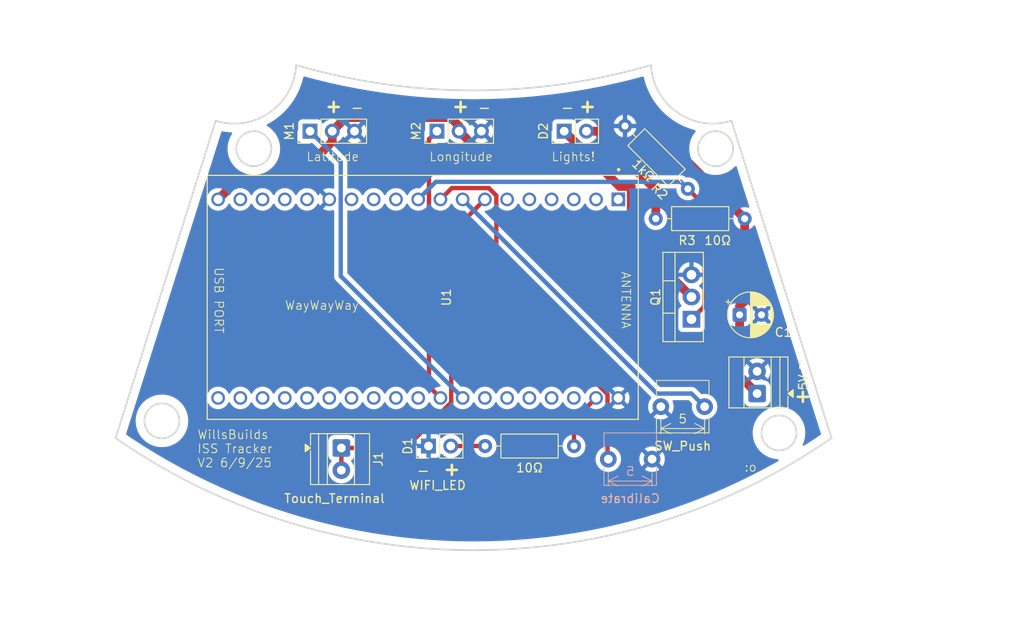
<source format=kicad_pcb>
(kicad_pcb (version 20241229) (generator "pcbnew") (generator_version "9.0")
  (layers (0 "F.Cu" signal) (2 "B.Cu" signal) (13 "F.Paste" user) (15 "B.Paste" user) (5 "F.SilkS" user "F.Silkscreen") (7 "B.SilkS" user "B.Silkscreen") (1 "F.Mask" user) (3 "B.Mask" user) (25 "Edge.Cuts" user))
  (net 0 "")
  (net 1 "Net-(BT1-+)")
  (net 2 "Net-(BT1--)")
  (net 3 "Net-(D1-A)")
  (net 4 "Net-(D2-A)")
  (net 5 "Net-(D2-K)")
  (net 6 "Net-(J1-Pin_1)")
  (net 7 "Net-(M1-PWM)")
  (net 8 "Net-(M2-PWM)")
  (net 9 "Net-(Q1-G)")
  (net 10 "Net-(U1-IO23)")
  (net 11 "Net-(U1-IO25)")
  (net 12 "Net-(U1-IO33)")
  (footprint "Resistor_THT:R_Axial_DIN0207_L6.3mm_D2.5mm_P10.16mm_Horizontal" (layer "F.Cu") (at 151.42 69.5)
    (property "Reference" "R3" (at 3.58 2.5 0) (layer "F.SilkS"))
    (property "Value" "10Ω" (at 7.08 2.5 0) (layer "F.SilkS"))
    (fp_line (start 1.04 0) (end 1.81 0) (stroke (width 0.12)) (layer "F.SilkS"))
    (fp_line (start 9.12 0) (end 8.35 0) (stroke (width 0.12)) (layer "F.SilkS"))
    (fp_rect (start 1.81 -1.37) (end 8.35 1.37) (stroke (width 0.12)) (fill no) (layer "F.SilkS"))
    (pad "1" thru_hole circle (at 0 0) (size 1.6 1.6) (drill 0.8) (layers "*.Cu" "*.Mask") (net 4 "Net-(D2-A)"))
    (pad "2" thru_hole circle (at 10.16 0) (size 1.6 1.6) (drill 0.8) (layers "*.Cu" "*.Mask") (net 1 "Net-(BT1-+)"))
  )
  (footprint "A_Wills_Footprints:FIXEDMODULE_ESP32-DEVKITC-32D" (layer "F.Cu") (at 127.42 78.5 -90)
    (property "Reference" "U1" (at 0 -0.08 90) (layer "F.SilkS") (effects (font (size 1.000386 1.000386))))
    (property "Value" "ESP32-DEVKITC-32D")
    (fp_line (start -13.95 27.25) (end -13.95 -22) (stroke (width 0.127)) (layer "F.SilkS"))
    (fp_line (start 13.95 27.25) (end -13.95 27.25) (stroke (width 0.127)) (layer "F.SilkS"))
    (fp_line (start -13.95 -22) (end 13.95 -22) (stroke (width 0.127)) (layer "F.SilkS"))
    (fp_line (start 13.95 -22) (end 13.95 27.25) (stroke (width 0.127)) (layer "F.SilkS"))
    (fp_circle (center -14.6 -19.76) (end -14.5 -19.76) (stroke (width 0.2)) (fill no) (layer "F.SilkS"))
    (fp_text user "ANTENNA" (at -3 -20 270) (layer "F.SilkS") (effects (font (thickness 0.1)) (justify left bottom)))
    (fp_text user "USB PORT" (at -3.5 26.5 270) (layer "F.SilkS") (effects (font (thickness 0.1)) (justify left bottom)))
    (pad "J2-1" thru_hole rect (at -11.2 -19.72 270) (size 1.56 1.56) (drill 1.04) (layers "*.Cu" "*.Mask"))
    (pad "J2-2" thru_hole circle (at -11.2 -17.18 270) (size 1.56 1.56) (drill 1.04) (layers "*.Cu" "*.Mask"))
    (pad "J2-3" thru_hole circle (at -11.2 -14.64 270) (size 1.56 1.56) (drill 1.04) (layers "*.Cu" "*.Mask"))
    (pad "J2-4" thru_hole circle (at -11.2 -12.1 270) (size 1.56 1.56) (drill 1.04) (layers "*.Cu" "*.Mask"))
    (pad "J2-5" thru_hole circle (at -11.2 -9.56 270) (size 1.56 1.56) (drill 1.04) (layers "*.Cu" "*.Mask"))
    (pad "J2-6" thru_hole circle (at -11.2 -7.02 270) (size 1.56 1.56) (drill 1.04) (layers "*.Cu" "*.Mask"))
    (pad "J2-7" thru_hole circle (at -11.2 -4.48 270) (size 1.56 1.56) (drill 1.04) (layers "*.Cu" "*.Mask") (net 6 "Net-(J1-Pin_1)"))
    (pad "J2-8" thru_hole circle (at -11.2 -1.94 270) (size 1.56 1.56) (drill 1.04) (layers "*.Cu" "*.Mask") (net 12 "Net-(U1-IO33)"))
    (pad "J2-9" thru_hole circle (at -11.2 0.6 270) (size 1.56 1.56) (drill 1.04) (layers "*.Cu" "*.Mask") (net 11 "Net-(U1-IO25)"))
    (pad "J2-10" thru_hole circle (at -11.2 3.14 270) (size 1.56 1.56) (drill 1.04) (layers "*.Cu" "*.Mask") (net 9 "Net-(Q1-G)"))
    (pad "J2-11" thru_hole circle (at -11.2 5.68 270) (size 1.56 1.56) (drill 1.04) (layers "*.Cu" "*.Mask"))
    (pad "J2-12" thru_hole circle (at -11.2 8.22 270) (size 1.56 1.56) (drill 1.04) (layers "*.Cu" "*.Mask"))
    (pad "J2-13" thru_hole circle (at -11.2 10.76 270) (size 1.56 1.56) (drill 1.04) (layers "*.Cu" "*.Mask"))
    (pad "J2-14" thru_hole circle (at -11.2 13.3 270) (size 1.56 1.56) (drill 1.04) (layers "*.Cu" "*.Mask") (net 2 "Net-(BT1--)"))
    (pad "J2-15" thru_hole circle (at -11.2 15.84 270) (size 1.56 1.56) (drill 1.04) (layers "*.Cu" "*.Mask"))
    (pad "J2-16" thru_hole circle (at -11.2 18.38 270) (size 1.56 1.56) (drill 1.04) (layers "*.Cu" "*.Mask"))
    (pad "J2-17" thru_hole circle (at -11.2 20.92 270) (size 1.56 1.56) (drill 1.04) (layers "*.Cu" "*.Mask"))
    (pad "J2-18" thru_hole circle (at -11.2 23.46 270) (size 1.56 1.56) (drill 1.04) (layers "*.Cu" "*.Mask"))
    (pad "J2-19" thru_hole circle (at -11.2 26 270) (size 1.56 1.56) (drill 1.04) (layers "*.Cu" "*.Mask") (net 1 "Net-(BT1-+)"))
    (pad "J3-1" thru_hole circle (at 11.5 -19.72 270) (size 1.56 1.56) (drill 1.04) (layers "*.Cu" "*.Mask") (net 2 "Net-(BT1--)"))
    (pad "J3-2" thru_hole circle (at 11.5 -17.18 270) (size 1.56 1.56) (drill 1.04) (layers "*.Cu" "*.Mask") (net 10 "Net-(U1-IO23)"))
    (pad "J3-3" thru_hole circle (at 11.5 -14.64 270) (size 1.56 1.56) (drill 1.04) (layers "*.Cu" "*.Mask"))
    (pad "J3-4" thru_hole circle (at 11.5 -12.1 270) (size 1.56 1.56) (drill 1.04) (layers "*.Cu" "*.Mask"))
    (pad "J3-5" thru_hole circle (at 11.5 -9.56 270) (size 1.56 1.56) (drill 1.04) (layers "*.Cu" "*.Mask"))
    (pad "J3-6" thru_hole circle (at 11.5 -7.02 270) (size 1.56 1.56) (drill 1.04) (layers "*.Cu" "*.Mask"))
    (pad "J3-7" thru_hole circle (at 11.5 -4.48 270) (size 1.56 1.56) (drill 1.04) (layers "*.Cu" "*.Mask"))
    (pad "J3-8" thru_hole circle (at 11.5 -1.94 270) (size 1.56 1.56) (drill 1.04) (layers "*.Cu" "*.Mask") (net 7 "Net-(M1-PWM)"))
    (pad "J3-9" thru_hole circle (at 11.5 0.6 270) (size 1.56 1.56) (drill 1.04) (layers "*.Cu" "*.Mask") (net 8 "Net-(M2-PWM)"))
    (pad "J3-10" thru_hole circle (at 11.5 3.14 270) (size 1.56 1.56) (drill 1.04) (layers "*.Cu" "*.Mask"))
    (pad "J3-11" thru_hole circle (at 11.5 5.68 270) (size 1.56 1.56) (drill 1.04) (layers "*.Cu" "*.Mask"))
    (pad "J3-12" thru_hole circle (at 11.5 8.22 270) (size 1.56 1.56) (drill 1.04) (layers "*.Cu" "*.Mask"))
    (pad "J3-13" thru_hole circle (at 11.5 10.76 270) (size 1.56 1.56) (drill 1.04) (layers "*.Cu" "*.Mask"))
    (pad "J3-14" thru_hole circle (at 11.5 13.3 270) (size 1.56 1.56) (drill 1.04) (layers "*.Cu" "*.Mask"))
    (pad "J3-15" thru_hole circle (at 11.5 15.84 270) (size 1.56 1.56) (drill 1.04) (layers "*.Cu" "*.Mask"))
    (pad "J3-16" thru_hole circle (at 11.5 18.38 270) (size 1.56 1.56) (drill 1.04) (layers "*.Cu" "*.Mask"))
    (pad "J3-17" thru_hole circle (at 11.5 20.92 270) (size 1.56 1.56) (drill 1.04) (layers "*.Cu" "*.Mask"))
    (pad "J3-18" thru_hole circle (at 11.5 23.46 270) (size 1.56 1.56) (drill 1.04) (layers "*.Cu" "*.Mask"))
    (pad "J3-19" thru_hole circle (at 11.5 26 270) (size 1.56 1.56) (drill 1.04) (layers "*.Cu" "*.Mask"))
  )
  (footprint "Connector_PinHeader_2.54mm:PinHeader_1x02_P2.54mm_Vertical" (layer "F.Cu") (at 140.96 59.5 90)
    (property "Reference" "D2" (at 0 -2.38 90) (layer "F.SilkS"))
    (property "Value" "LAMP_PARALLEL_LEDS")
    (fp_line (start -1.38 -1.38) (end 0 -1.38) (stroke (width 0.12)) (layer "F.SilkS"))
    (fp_line (start -1.38 0) (end -1.38 -1.38) (stroke (width 0.12)) (layer "F.SilkS"))
    (fp_line (start 1.38 1.27) (end 1.38 3.92) (stroke (width 0.12)) (layer "F.SilkS"))
    (fp_line (start -1.38 1.27) (end 1.38 1.27) (stroke (width 0.12)) (layer "F.SilkS"))
    (fp_line (start -1.38 1.27) (end -1.38 3.92) (stroke (width 0.12)) (layer "F.SilkS"))
    (fp_line (start -1.38 3.92) (end 1.38 3.92) (stroke (width 0.12)) (layer "F.SilkS"))
    (pad "1" thru_hole rect (at 0 0 90) (size 1.7 1.7) (drill 1) (layers "*.Cu" "*.Mask") (net 5 "Net-(D2-K)"))
    (pad "2" thru_hole circle (at 0 2.54 90) (size 1.7 1.7) (drill 1) (layers "*.Cu" "*.Mask") (net 4 "Net-(D2-A)"))
  )
  (footprint "Capacitor_THT:CP_Radial_D5.0mm_P2.50mm" (layer "F.Cu") (at 161 80.5)
    (property "Reference" "C1" (at 5 2 0) (layer "F.SilkS"))
    (property "Value" "C")
    (fp_line (start -1.554774 -1.475) (end -1.054775 -1.475) (stroke (width 0.12)) (layer "F.SilkS"))
    (fp_line (start -1.304775 -1.725) (end -1.304775 -1.225) (stroke (width 0.12)) (layer "F.SilkS"))
    (fp_line (start 1.25 -2.58) (end 1.25 2.58) (stroke (width 0.12)) (layer "F.SilkS"))
    (fp_line (start 1.29 -2.58) (end 1.29 2.58) (stroke (width 0.12)) (layer "F.SilkS"))
    (fp_line (start 1.33 -2.578999) (end 1.33 2.578999) (stroke (width 0.12)) (layer "F.SilkS"))
    (fp_line (start 1.37 -2.577) (end 1.37 2.577) (stroke (width 0.12)) (layer "F.SilkS"))
    (fp_line (start 1.410001 -2.575) (end 1.410001 2.575) (stroke (width 0.12)) (layer "F.SilkS"))
    (fp_line (start 1.45 -2.572) (end 1.45 2.572) (stroke (width 0.12)) (layer "F.SilkS"))
    (fp_line (start 1.49 -2.569) (end 1.49 -1.04) (stroke (width 0.12)) (layer "F.SilkS"))
    (fp_line (start 1.49 1.04) (end 1.49 2.569) (stroke (width 0.12)) (layer "F.SilkS"))
    (fp_line (start 1.529999 -2.565) (end 1.529999 -1.04) (stroke (width 0.12)) (layer "F.SilkS"))
    (fp_line (start 1.529999 1.04) (end 1.529999 2.565) (stroke (width 0.12)) (layer "F.SilkS"))
    (fp_line (start 1.57 -2.56) (end 1.57 -1.04) (stroke (width 0.12)) (layer "F.SilkS"))
    (fp_line (start 1.57 1.04) (end 1.57 2.56) (stroke (width 0.12)) (layer "F.SilkS"))
    (fp_line (start 1.61 -2.555) (end 1.61 -1.04) (stroke (width 0.12)) (layer "F.SilkS"))
    (fp_line (start 1.61 1.04) (end 1.61 2.555) (stroke (width 0.12)) (layer "F.SilkS"))
    (fp_line (start 1.65 -2.549) (end 1.65 -1.04) (stroke (width 0.12)) (layer "F.SilkS"))
    (fp_line (start 1.65 1.04) (end 1.65 2.549) (stroke (width 0.12)) (layer "F.SilkS"))
    (fp_line (start 1.69 -2.543) (end 1.69 -1.040001) (stroke (width 0.12)) (layer "F.SilkS"))
    (fp_line (start 1.69 1.040001) (end 1.69 2.543) (stroke (width 0.12)) (layer "F.SilkS"))
    (fp_line (start 1.73 -2.536) (end 1.73 -1.04) (stroke (width 0.12)) (layer "F.SilkS"))
    (fp_line (start 1.73 1.04) (end 1.73 2.536) (stroke (width 0.12)) (layer "F.SilkS"))
    (fp_line (start 1.77 -2.528) (end 1.77 -1.04) (stroke (width 0.12)) (layer "F.SilkS"))
    (fp_line (start 1.77 1.04) (end 1.77 2.528) (stroke (width 0.12)) (layer "F.SilkS"))
    (fp_line (start 1.81 -2.519) (end 1.81 -1.04) (stroke (width 0.12)) (layer "F.SilkS"))
    (fp_line (start 1.81 1.04) (end 1.81 2.519) (stroke (width 0.12)) (layer "F.SilkS"))
    (fp_line (start 1.85 1.040001) (end 1.850001 2.51) (stroke (width 0.12)) (layer "F.SilkS"))
    (fp_line (start 1.850001 -2.51) (end 1.85 -1.040001) (stroke (width 0.12)) (layer "F.SilkS"))
    (fp_line (start 1.89 -2.501) (end 1.89 -1.04) (stroke (width 0.12)) (layer "F.SilkS"))
    (fp_line (start 1.89 1.04) (end 1.89 2.501) (stroke (width 0.12)) (layer "F.SilkS"))
    (fp_line (start 1.93 -2.49) (end 1.93 -1.04) (stroke (width 0.12)) (layer "F.SilkS"))
    (fp_line (start 1.93 1.04) (end 1.93 2.49) (stroke (width 0.12)) (layer "F.SilkS"))
    (fp_line (start 1.969999 1.04) (end 1.97 2.479) (stroke (width 0.12)) (layer "F.SilkS"))
    (fp_line (start 1.97 -2.479) (end 1.969999 -1.04) (stroke (width 0.12)) (layer "F.SilkS"))
    (fp_line (start 2.01 -2.467) (end 2.010001 -1.04) (stroke (width 0.12)) (layer "F.SilkS"))
    (fp_line (start 2.010001 1.04) (end 2.01 2.467) (stroke (width 0.12)) (layer "F.SilkS"))
    (fp_line (start 2.05 -2.455) (end 2.05 -1.04) (stroke (width 0.12)) (layer "F.SilkS"))
    (fp_line (start 2.05 1.04) (end 2.05 2.455) (stroke (width 0.12)) (layer "F.SilkS"))
    (fp_line (start 2.09 -2.442) (end 2.09 -1.04) (stroke (width 0.12)) (layer "F.SilkS"))
    (fp_line (start 2.09 1.04) (end 2.09 2.442) (stroke (width 0.12)) (layer "F.SilkS"))
    (fp_line (start 2.129999 1.04) (end 2.13 2.428) (stroke (width 0.12)) (layer "F.SilkS"))
    (fp_line (start 2.13 -2.428) (end 2.129999 -1.04) (stroke (width 0.12)) (layer "F.SilkS"))
    (fp_line (start 2.17 -2.413) (end 2.17 -1.04) (stroke (width 0.12)) (layer "F.SilkS"))
    (fp_line (start 2.17 1.04) (end 2.17 2.413) (stroke (width 0.12)) (layer "F.SilkS"))
    (fp_line (start 2.21 -2.398) (end 2.21 -1.04) (stroke (width 0.12)) (layer "F.SilkS"))
    (fp_line (start 2.21 1.04) (end 2.21 2.398) (stroke (width 0.12)) (layer "F.SilkS"))
    (fp_line (start 2.25 -2.382) (end 2.25 -1.04) (stroke (width 0.12)) (layer "F.SilkS"))
    (fp_line (start 2.25 1.04) (end 2.25 2.382) (stroke (width 0.12)) (layer "F.SilkS"))
    (fp_line (start 2.29 -2.365) (end 2.29 -1.040001) (stroke (width 0.12)) (layer "F.SilkS"))
    (fp_line (start 2.29 1.040001) (end 2.29 2.365) (stroke (width 0.12)) (layer "F.SilkS"))
    (fp_line (start 2.33 -2.347) (end 2.33 -1.04) (stroke (width 0.12)) (layer "F.SilkS"))
    (fp_line (start 2.33 1.04) (end 2.33 2.347) (stroke (width 0.12)) (layer "F.SilkS"))
    (fp_line (start 2.37 -2.329) (end 2.37 -1.04) (stroke (width 0.12)) (layer "F.SilkS"))
    (fp_line (start 2.37 1.04) (end 2.37 2.329) (stroke (width 0.12)) (layer "F.SilkS"))
    (fp_line (start 2.41 -2.309) (end 2.41 -1.04) (stroke (width 0.12)) (layer "F.SilkS"))
    (fp_line (start 2.41 1.04) (end 2.41 2.309) (stroke (width 0.12)) (layer "F.SilkS"))
    (fp_line (start 2.45 -2.289) (end 2.450001 -1.04) (stroke (width 0.12)) (layer "F.SilkS"))
    (fp_line (start 2.450001 1.04) (end 2.45 2.289) (stroke (width 0.12)) (layer "F.SilkS"))
    (fp_line (start 2.49 -2.268) (end 2.49 -1.04) (stroke (width 0.12)) (layer "F.SilkS"))
    (fp_line (start 2.49 1.04) (end 2.49 2.268) (stroke (width 0.12)) (layer "F.SilkS"))
    (fp_line (start 2.53 -2.246) (end 2.53 -1.04) (stroke (width 0.12)) (layer "F.SilkS"))
    (fp_line (start 2.53 1.04) (end 2.53 2.246) (stroke (width 0.12)) (layer "F.SilkS"))
    (fp_line (start 2.569999 1.04) (end 2.57 2.223) (stroke (width 0.12)) (layer "F.SilkS"))
    (fp_line (start 2.57 -2.223) (end 2.569999 -1.04) (stroke (width 0.12)) (layer "F.SilkS"))
    (fp_line (start 2.61 -2.199) (end 2.61 -1.04) (stroke (width 0.12)) (layer "F.SilkS"))
    (fp_line (start 2.61 1.04) (end 2.61 2.199) (stroke (width 0.12)) (layer "F.SilkS"))
    (fp_line (start 2.65 -2.175) (end 2.65 -1.04) (stroke (width 0.12)) (layer "F.SilkS"))
    (fp_line (start 2.65 1.04) (end 2.65 2.175) (stroke (width 0.12)) (layer "F.SilkS"))
    (fp_line (start 2.69 -2.149) (end 2.69 -1.04) (stroke (width 0.12)) (layer "F.SilkS"))
    (fp_line (start 2.69 1.04) (end 2.69 2.149) (stroke (width 0.12)) (layer "F.SilkS"))
    (fp_line (start 2.73 -2.122) (end 2.73 -1.040001) (stroke (width 0.12)) (layer "F.SilkS"))
    (fp_line (start 2.73 1.040001) (end 2.73 2.122) (stroke (width 0.12)) (layer "F.SilkS"))
    (fp_line (start 2.77 -2.094) (end 2.77 -1.04) (stroke (width 0.12)) (layer "F.SilkS"))
    (fp_line (start 2.77 1.04) (end 2.77 2.094) (stroke (width 0.12)) (layer "F.SilkS"))
    (fp_line (start 2.81 1.04) (end 2.810001 2.065) (stroke (width 0.12)) (layer "F.SilkS"))
    (fp_line (start 2.810001 -2.065) (end 2.81 -1.04) (stroke (width 0.12)) (layer "F.SilkS"))
    (fp_line (start 2.85 -2.035) (end 2.85 -1.04) (stroke (width 0.12)) (layer "F.SilkS"))
    (fp_line (start 2.85 1.04) (end 2.85 2.035) (stroke (width 0.12)) (layer "F.SilkS"))
    (fp_line (start 2.89 -2.002999) (end 2.890001 -1.04) (stroke (width 0.12)) (layer "F.SilkS"))
    (fp_line (start 2.890001 1.04) (end 2.89 2.002999) (stroke (width 0.12)) (layer "F.SilkS"))
    (fp_line (start 2.93 -1.969999) (end 2.93 -1.04) (stroke (width 0.12)) (layer "F.SilkS"))
    (fp_line (start 2.93 1.04) (end 2.93 1.969999) (stroke (width 0.12)) (layer "F.SilkS"))
    (fp_line (start 2.97 -1.936) (end 2.97 -1.04) (stroke (width 0.12)) (layer "F.SilkS"))
    (fp_line (start 2.97 1.04) (end 2.97 1.936) (stroke (width 0.12)) (layer "F.SilkS"))
    (fp_line (start 3.009999 -1.901) (end 3.009999 -1.04) (stroke (width 0.12)) (layer "F.SilkS"))
    (fp_line (start 3.009999 1.04) (end 3.009999 1.901) (stroke (width 0.12)) (layer "F.SilkS"))
    (fp_line (start 3.05 -1.864) (end 3.05 -1.04) (stroke (width 0.12)) (layer "F.SilkS"))
    (fp_line (start 3.05 1.04) (end 3.05 1.864) (stroke (width 0.12)) (layer "F.SilkS"))
    (fp_line (start 3.09 -1.825) (end 3.09 -1.04) (stroke (width 0.12)) (layer "F.SilkS"))
    (fp_line (start 3.09 1.04) (end 3.09 1.825) (stroke (width 0.12)) (layer "F.SilkS"))
    (fp_line (start 3.13 -1.785) (end 3.13 -1.04) (stroke (width 0.12)) (layer "F.SilkS"))
    (fp_line (start 3.13 1.04) (end 3.13 1.785) (stroke (width 0.12)) (layer "F.SilkS"))
    (fp_line (start 3.17 -1.743001) (end 3.17 -1.040001) (stroke (width 0.12)) (layer "F.SilkS"))
    (fp_line (start 3.17 1.040001) (end 3.17 1.743001) (stroke (width 0.12)) (layer "F.SilkS"))
    (fp_line (start 3.21 -1.699) (end 3.21 -1.04) (stroke (width 0.12)) (layer "F.SilkS"))
    (fp_line (start 3.21 1.04) (end 3.21 1.699) (stroke (width 0.12)) (layer "F.SilkS"))
    (fp_line (start 3.25 -1.651999) (end 3.25 -1.04) (stroke (width 0.12)) (layer "F.SilkS"))
    (fp_line (start 3.25 1.04) (end 3.25 1.651999) (stroke (width 0.12)) (layer "F.SilkS"))
    (fp_line (start 3.29 -1.604) (end 3.29 -1.04) (stroke (width 0.12)) (layer "F.SilkS"))
    (fp_line (start 3.29 1.04) (end 3.29 1.604) (stroke (width 0.12)) (layer "F.SilkS"))
    (fp_line (start 3.33 -1.553) (end 3.330001 -1.04) (stroke (width 0.12)) (layer "F.SilkS"))
    (fp_line (start 3.330001 1.04) (end 3.33 1.553) (stroke (width 0.12)) (layer "F.SilkS"))
    (fp_line (start 3.37 -1.499) (end 3.37 -1.04) (stroke (width 0.12)) (layer "F.SilkS"))
    (fp_line (start 3.37 1.04) (end 3.37 1.499) (stroke (width 0.12)) (layer "F.SilkS"))
    (fp_line (start 3.41 -1.443) (end 3.41 -1.04) (stroke (width 0.12)) (layer "F.SilkS"))
    (fp_line (start 3.41 1.04) (end 3.41 1.443) (stroke (width 0.12)) (layer "F.SilkS"))
    (fp_line (start 3.449999 1.04) (end 3.45 1.383) (stroke (width 0.12)) (layer "F.SilkS"))
    (fp_line (start 3.45 -1.383) (end 3.449999 -1.04) (stroke (width 0.12)) (layer "F.SilkS"))
    (fp_line (start 3.49 -1.319) (end 3.49 -1.04) (stroke (width 0.12)) (layer "F.SilkS"))
    (fp_line (start 3.49 1.04) (end 3.49 1.319) (stroke (width 0.12)) (layer "F.SilkS"))
    (fp_line (start 3.53 -1.251001) (end 3.53 -1.04) (stroke (width 0.12)) (layer "F.SilkS"))
    (fp_line (start 3.53 1.04) (end 3.53 1.251001) (stroke (width 0.12)) (layer "F.SilkS"))
    (fp_line (start 3.57 -1.177) (end 3.57 1.177) (stroke (width 0.12)) (layer "F.SilkS"))
    (fp_line (start 3.61 -1.098) (end 3.61 1.098) (stroke (width 0.12)) (layer "F.SilkS"))
    (fp_line (start 3.65 -1.011) (end 3.65 1.011) (stroke (width 0.12)) (layer "F.SilkS"))
    (fp_line (start 3.69 -0.914001) (end 3.69 0.914001) (stroke (width 0.12)) (layer "F.SilkS"))
    (fp_line (start 3.73 -0.805) (end 3.73 0.805) (stroke (width 0.12)) (layer "F.SilkS"))
    (fp_line (start 3.77 -0.677) (end 3.77 0.677) (stroke (width 0.12)) (layer "F.SilkS"))
    (fp_line (start 3.81 -0.517) (end 3.81 0.517) (stroke (width 0.12)) (layer "F.SilkS"))
    (fp_line (start 3.85 -0.283) (end 3.85 0.283) (stroke (width 0.12)) (layer "F.SilkS"))
    (fp_circle (center 1.249999 0) (end 3.87 0) (stroke (width 0.12)) (fill no) (layer "F.SilkS"))
    (pad "1" thru_hole roundrect (at 0 0) (size 1.6 1.6) (drill 0.8) (layers "*.Cu" "*.Mask") (roundrect_rratio 0.15625) (net 1 "Net-(BT1-+)"))
    (pad "2" thru_hole circle (at 2.5 0) (size 1.6 1.6) (drill 0.8) (layers "*.Cu" "*.Mask") (net 2 "Net-(BT1--)"))
  )
  (footprint "TerminalBlock:TerminalBlock_Xinya_XY308-2.54-2P_1x02_P2.54mm_Horizontal" (layer "F.Cu") (at 163 89.5 90)
    (property "Reference" "BT1")
    (property "Value" "5V" (at 1.275001 5.2825 90) (layer "F.SilkS"))
    (fp_line (start 4.18 -3.22) (end 4.18 3.52) (stroke (width 0.12)) (layer "F.SilkS"))
    (fp_line (start -1.64 -3.22) (end 4.18 -3.22) (stroke (width 0.12)) (layer "F.SilkS"))
    (fp_line (start -1.64 -3.22) (end -1.64 3.52) (stroke (width 0.12)) (layer "F.SilkS"))
    (fp_line (start -1.64 -1.5) (end 4.18 -1.5) (stroke (width 0.12)) (layer "F.SilkS"))
    (fp_line (start -1.64 1.6) (end 4.18 1.6) (stroke (width 0.12)) (layer "F.SilkS"))
    (fp_line (start -1.64 2.6) (end 4.18 2.6) (stroke (width 0.12)) (layer "F.SilkS"))
    (fp_line (start 0.3 3.52) (end 4.18 3.52) (stroke (width 0.12)) (layer "F.SilkS"))
    (fp_line (start -1.64 3.52) (end -0.3 3.52) (stroke (width 0.12)) (layer "F.SilkS"))
    (fp_poly (pts (xy 0 3.52) (xy 0.44 4.13) (xy -0.44 4.13)) (stroke (width 0.12)) (fill yes) (layer "F.SilkS"))
    (pad "1" thru_hole roundrect (at 0 0 90) (size 2 2) (drill 1) (layers "*.Cu" "*.Mask") (roundrect_rratio 0.125) (net 1 "Net-(BT1-+)"))
    (pad "2" thru_hole circle (at 2.54 0 90) (size 2 2) (drill 1) (layers "*.Cu" "*.Mask") (net 2 "Net-(BT1--)"))
  )
  (footprint "Connector_PinHeader_2.54mm:PinHeader_1x03_P2.54mm_Vertical" (layer "F.Cu") (at 111.92 59.5 90)
    (property "Reference" "M1" (at 0 -2.38 90) (layer "F.SilkS"))
    (property "Value" "Long_Servo")
    (fp_line (start -1.38 -1.38) (end 0 -1.38) (stroke (width 0.12)) (layer "F.SilkS"))
    (fp_line (start -1.38 0) (end -1.38 -1.38) (stroke (width 0.12)) (layer "F.SilkS"))
    (fp_line (start 1.38 1.27) (end 1.38 6.46) (stroke (width 0.12)) (layer "F.SilkS"))
    (fp_line (start -1.38 1.27) (end 1.38 1.27) (stroke (width 0.12)) (layer "F.SilkS"))
    (fp_line (start -1.38 1.27) (end -1.38 6.46) (stroke (width 0.12)) (layer "F.SilkS"))
    (fp_line (start -1.38 6.46) (end 1.38 6.46) (stroke (width 0.12)) (layer "F.SilkS"))
    (pad "1" thru_hole rect (at 0 0 90) (size 1.7 1.7) (drill 1) (layers "*.Cu" "*.Mask") (net 7 "Net-(M1-PWM)"))
    (pad "2" thru_hole circle (at 0 2.54 90) (size 1.7 1.7) (drill 1) (layers "*.Cu" "*.Mask") (net 1 "Net-(BT1-+)"))
    (pad "3" thru_hole circle (at 0 5.08 90) (size 1.7 1.7) (drill 1) (layers "*.Cu" "*.Mask") (net 2 "Net-(BT1--)"))
  )
  (footprint "Package_TO_SOT_THT:TO-220-3_Vertical" (layer "F.Cu") (at 155.5 81 90)
    (property "Reference" "Q1" (at 2.54 -4.1 90) (layer "F.SilkS"))
    (property "Value" "IRF540N")
    (fp_line (start 7.65 -3.26) (end 7.65 1.36) (stroke (width 0.12)) (layer "F.SilkS"))
    (fp_line (start 4.39 -3.26) (end 4.39 -1.88) (stroke (width 0.12)) (layer "F.SilkS"))
    (fp_line (start 0.69 -3.26) (end 0.69 -1.88) (stroke (width 0.12)) (layer "F.SilkS"))
    (fp_line (start -2.57 -3.26) (end 7.65 -3.26) (stroke (width 0.12)) (layer "F.SilkS"))
    (fp_line (start -2.57 -3.26) (end -2.57 1.36) (stroke (width 0.12)) (layer "F.SilkS"))
    (fp_line (start -2.57 -1.88) (end 7.65 -1.88) (stroke (width 0.12)) (layer "F.SilkS"))
    (fp_line (start -2.57 1.36) (end 7.65 1.36) (stroke (width 0.12)) (layer "F.SilkS"))
    (pad "1" thru_hole rect (at 0 0 90) (size 1.905 2) (drill 1.1) (layers "*.Cu" "*.Mask") (net 9 "Net-(Q1-G)"))
    (pad "2" thru_hole oval (at 2.54 0 90) (size 1.905 2) (drill 1.1) (layers "*.Cu" "*.Mask") (net 5 "Net-(D2-K)"))
    (pad "3" thru_hole oval (at 5.08 0 90) (size 1.905 2) (drill 1.1) (layers "*.Cu" "*.Mask") (net 2 "Net-(BT1--)"))
  )
  (footprint "A_Wills_Footprints:QTEATAK pushbutton" (layer "F.Cu") (at 152 91)
    (property "Reference" "SW2" (hide yes))
    (property "Value" "SW_Push" (at 2.5 4.5 0) (layer "F.SilkS"))
    (fp_line (start -0.5 -3) (end -0.5 -1) (stroke (width 0.1)) (layer "F.SilkS"))
    (fp_line (start -0.5 3) (end -0.5 1) (stroke (width 0.1)) (layer "F.SilkS"))
    (fp_line (start -0.5 3) (end 5.5 3) (stroke (width 0.1)) (layer "F.SilkS"))
    (fp_line (start 5.5 -3) (end -0.5 -3) (stroke (width 0.1)) (layer "F.SilkS"))
    (fp_line (start 5.5 -3) (end 5.5 -1) (stroke (width 0.1)) (layer "F.SilkS"))
    (fp_line (start 5.5 3) (end 5.5 1) (stroke (width 0.1)) (layer "F.SilkS"))
    (dimension (type orthogonal) (layer "F.SilkS") (pts (xy 152 92) (xy 157 92)) (height 1.5) (orientation 0) (format (prefix "") (suffix "") (units 3) (units_format 0) (precision 4) (suppress_zeroes yes)) (style (thickness 0.1) (arrow_length 1.27) (text_position_mode 0) (arrow_direction outward) (extension_height 0.58642) (extension_offset 0.5) (keep_text_aligned yes)) (gr_text "5" (at 154.5 92.4 0) (layer "F.SilkS") (effects (font (size 1 1) (thickness 0.1)))))
    (pad "1" thru_hole circle (at 0 0) (size 1.905 1.905) (drill 1) (layers "*.Cu" "*.Mask") (net 2 "Net-(BT1--)"))
    (pad "2" thru_hole circle (at 5 0) (size 1.905 1.905) (drill 1) (layers "*.Cu" "*.Mask") (net 12 "Net-(U1-IO33)"))
  )
  (footprint "Resistor_THT:R_Axial_DIN0207_L6.3mm_D2.5mm_P10.16mm_Horizontal" (layer "F.Cu") (at 142.08 95.5 180)
    (property "Reference" "R1")
    (property "Value" "10Ω" (at 5.08 -2.5 0) (layer "F.SilkS"))
    (fp_line (start 9.12 0) (end 8.35 0) (stroke (width 0.12)) (layer "F.SilkS"))
    (fp_line (start 1.04 0) (end 1.81 0) (stroke (width 0.12)) (layer "F.SilkS"))
    (fp_rect (start 1.81 -1.37) (end 8.35 1.37) (stroke (width 0.12)) (fill no) (layer "F.SilkS"))
    (pad "1" thru_hole circle (at 0 0 180) (size 1.6 1.6) (drill 0.8) (layers "*.Cu" "*.Mask") (net 10 "Net-(U1-IO23)"))
    (pad "2" thru_hole circle (at 10.16 0 180) (size 1.6 1.6) (drill 0.8) (layers "*.Cu" "*.Mask") (net 3 "Net-(D1-A)"))
  )
  (footprint "Connector_PinHeader_2.54mm:PinHeader_1x03_P2.54mm_Vertical" (layer "F.Cu") (at 126.42 59.5 90)
    (property "Reference" "M2" (at 0 -2.38 90) (layer "F.SilkS"))
    (property "Value" "Lat_Servo")
    (fp_line (start -1.38 -1.38) (end 0 -1.38) (stroke (width 0.12)) (layer "F.SilkS"))
    (fp_line (start -1.38 0) (end -1.38 -1.38) (stroke (width 0.12)) (layer "F.SilkS"))
    (fp_line (start 1.38 1.27) (end 1.38 6.46) (stroke (width 0.12)) (layer "F.SilkS"))
    (fp_line (start -1.38 1.27) (end 1.38 1.27) (stroke (width 0.12)) (layer "F.SilkS"))
    (fp_line (start -1.38 1.27) (end -1.38 6.46) (stroke (width 0.12)) (layer "F.SilkS"))
    (fp_line (start -1.38 6.46) (end 1.38 6.46) (stroke (width 0.12)) (layer "F.SilkS"))
    (pad "1" thru_hole rect (at 0 0 90) (size 1.7 1.7) (drill 1) (layers "*.Cu" "*.Mask") (net 8 "Net-(M2-PWM)"))
    (pad "2" thru_hole circle (at 0 2.54 90) (size 1.7 1.7) (drill 1) (layers "*.Cu" "*.Mask") (net 1 "Net-(BT1-+)"))
    (pad "3" thru_hole circle (at 0 5.08 90) (size 1.7 1.7) (drill 1) (layers "*.Cu" "*.Mask") (net 2 "Net-(BT1--)"))
  )
  (footprint "Connector_PinHeader_2.54mm:PinHeader_1x02_P2.54mm_Vertical" (layer "F.Cu") (at 125.46 95.5 90)
    (property "Reference" "D1" (at 0 -2.38 90) (layer "F.SilkS"))
    (property "Value" "WIFI_LED" (at -4.5 1.04 180) (layer "F.SilkS"))
    (fp_line (start -1.38 -1.38) (end 0 -1.379999) (stroke (width 0.12)) (layer "F.SilkS"))
    (fp_line (start -1.379999 0) (end -1.38 -1.38) (stroke (width 0.12)) (layer "F.SilkS"))
    (fp_line (start 1.38 1.27) (end 1.38 3.92) (stroke (width 0.12)) (layer "F.SilkS"))
    (fp_line (start -1.38 1.27) (end 1.38 1.27) (stroke (width 0.12)) (layer "F.SilkS"))
    (fp_line (start -1.38 1.27) (end -1.38 3.92) (stroke (width 0.12)) (layer "F.SilkS"))
    (fp_line (start -1.38 3.92) (end 1.38 3.92) (stroke (width 0.12)) (layer "F.SilkS"))
    (pad "1" thru_hole rect (at 0 0 90) (size 1.7 1.7) (drill 1) (layers "*.Cu" "*.Mask") (net 2 "Net-(BT1--)"))
    (pad "2" thru_hole circle (at 0 2.54 90) (size 1.7 1.7) (drill 1) (layers "*.Cu" "*.Mask") (net 3 "Net-(D1-A)"))
  )
  (footprint "Resistor_THT:R_Axial_DIN0207_L6.3mm_D2.5mm_P10.16mm_Horizontal" (layer "F.Cu") (at 147.907898 58.907898 -45)
    (property "Reference" "R2" (at 8.08 2.5 135) (layer "F.SilkS"))
    (property "Value" "1kΩ" (at 5.079999 2.12132 135) (layer "F.SilkS"))
    (fp_line (start 1.04 0) (end 1.81 0) (stroke (width 0.12)) (layer "F.SilkS"))
    (fp_line (start 9.12 0) (end 8.350001 0) (stroke (width 0.12)) (layer "F.SilkS"))
    (fp_poly (pts (xy 1.81 -1.37) (xy 8.35 -1.37) (xy 8.35 1.37) (xy 1.81 1.37)) (stroke (width 0.12)) (fill no) (layer "F.SilkS"))
    (pad "1" thru_hole circle (at 0 0 315) (size 1.6 1.6) (drill 0.8) (layers "*.Cu" "*.Mask") (net 2 "Net-(BT1--)"))
    (pad "2" thru_hole circle (at 10.16 0 315) (size 1.6 1.6) (drill 0.8) (layers "*.Cu" "*.Mask") (net 9 "Net-(Q1-G)"))
  )
  (footprint "TerminalBlock:TerminalBlock_Xinya_XY308-2.54-2P_1x02_P2.54mm_Horizontal" (layer "F.Cu") (at 115.5 95.725 -90)
    (property "Reference" "J1" (at 1.27 -4.22 90) (layer "F.SilkS"))
    (property "Value" "Touch_Terminal" (at 5.775 0.7825 0) (layer "F.SilkS"))
    (fp_line (start -1.64 3.52) (end -0.3 3.52) (stroke (width 0.12)) (layer "F.SilkS"))
    (fp_line (start 0.3 3.52) (end 4.18 3.52) (stroke (width 0.12)) (layer "F.SilkS"))
    (fp_line (start -1.64 2.6) (end 4.18 2.6) (stroke (width 0.12)) (layer "F.SilkS"))
    (fp_line (start -1.64 1.6) (end 4.18 1.6) (stroke (width 0.12)) (layer "F.SilkS"))
    (fp_line (start -1.64 -1.5) (end 4.18 -1.5) (stroke (width 0.12)) (layer "F.SilkS"))
    (fp_line (start -1.64 -3.22) (end -1.64 3.52) (stroke (width 0.12)) (layer "F.SilkS"))
    (fp_line (start -1.64 -3.22) (end 4.18 -3.22) (stroke (width 0.12)) (layer "F.SilkS"))
    (fp_line (start 4.18 -3.22) (end 4.18 3.52) (stroke (width 0.12)) (layer "F.SilkS"))
    (fp_poly (pts (xy 0 3.52) (xy 0.44 4.13) (xy -0.44 4.13)) (stroke (width 0.12)) (fill yes) (layer "F.SilkS"))
    (pad "1" thru_hole roundrect (at 0 0 270) (size 2 2) (drill 1) (layers "*.Cu" "*.Mask") (roundrect_rratio 0.125) (net 6 "Net-(J1-Pin_1)"))
    (pad "2" thru_hole circle (at 2.54 0 270) (size 2 2) (drill 1) (layers "*.Cu" "*.Mask") (net 6 "Net-(J1-Pin_1)"))
  )
  (footprint "A_Wills_Footprints:QTEATAK pushbutton" (layer "B.Cu") (at 151 97 180)
    (property "Reference" "SW1" (hide yes))
    (property "Value" "Calibrate" (at 2.5 -4.5 0) (layer "B.SilkS") (effects (justify mirror)))
    (fp_line (start 5.5 3) (end 5.5 1) (stroke (width 0.1)) (layer "B.SilkS"))
    (fp_line (start 5.5 3) (end -0.5 3) (stroke (width 0.1)) (layer "B.SilkS"))
    (fp_line (start 5.5 -3) (end 5.5 -1) (stroke (width 0.1)) (layer "B.SilkS"))
    (fp_line (start -0.5 3) (end -0.5 1) (stroke (width 0.1)) (layer "B.SilkS"))
    (fp_line (start -0.5 -3) (end 5.5 -3) (stroke (width 0.1)) (layer "B.SilkS"))
    (fp_line (start -0.5 -3) (end -0.5 -1) (stroke (width 0.1)) (layer "B.SilkS"))
    (dimension (type orthogonal) (layer "B.SilkS") (pts (xy 151 98) (xy 146 98)) (height 1.5) (orientation 0) (format (prefix "") (suffix "") (units 3) (units_format 0) (precision 4) (suppress_zeroes yes)) (style (thickness 0.1) (arrow_length 1.27) (text_position_mode 0) (arrow_direction outward) (extension_height 0.58642) (extension_offset 0.5) (keep_text_aligned yes)) (gr_text "5" (at 148.5 98.4 0) (layer "B.SilkS") (effects (font (size 1 1) (thickness 0.1)) (justify mirror))))
    (pad "1" thru_hole circle (at 0 0 180) (size 1.905 1.905) (drill 1) (layers "*.Cu" "*.Mask") (net 2 "Net-(BT1--)"))
    (pad "2" thru_hole circle (at 5 0 180) (size 1.905 1.905) (drill 1) (layers "*.Cu" "*.Mask") (net 11 "Net-(U1-IO25)"))
  )
  (gr_circle (center 158.25 61.5) (end 160.25 61.5) (stroke (width 0.2)) (fill no) (layer "Edge.Cuts"))
  (gr_arc (start 160.061429 58.30648) (mid 153.906132 57.374987) (end 150.87057 51.93985) (stroke (width 0.2)) (layer "Edge.Cuts"))
  (gr_line (start 171.5 94.585) (end 160.061429 58.30648) (stroke (width 0.2)) (layer "Edge.Cuts"))
  (gr_circle (center 165.5 94) (end 167.5 94) (stroke (width 0.2)) (fill no) (layer "Edge.Cuts"))
  (gr_arc (start 150.87057 51.93985) (mid 130.602936 54.834992) (end 110.335302 51.939845) (stroke (width 0.2)) (layer "Edge.Cuts"))
  (gr_circle (center 95 92.623106) (end 97 92.623106) (stroke (width 0.2)) (fill no) (layer "Edge.Cuts"))
  (gr_line (start 101.144449 58.306487) (end 89.705877 94.584999) (stroke (width 0.2)) (layer "Edge.Cuts"))
  (gr_circle (center 105.5 61.5) (end 107.5 61.5) (stroke (width 0.2)) (fill no) (layer "Edge.Cuts"))
  (gr_arc (start 171.5 94.585) (mid 130.602937 107.408239) (end 89.705877 94.584999) (stroke (width 0.2)) (layer "Edge.Cuts"))
  (gr_arc (start 110.335302 51.939845) (mid 107.299743 57.374982) (end 101.144449 58.306487) (stroke (width 0.2)) (layer "Edge.Cuts"))
  (gr_text "-" (at 140.5 57.5 0) (layer "F.SilkS") (effects (font (size 1.2 1.2)) (justify left bottom)))
  (gr_text ":o" (at 161.5 98.5 0) (layer "F.SilkS") (effects (font (size 1 1) (thickness 0.1)) (justify left bottom)))
  (gr_text "-" (at 131 57.5 0) (layer "F.SilkS") (effects (font (size 1.2 1.2)) (justify left bottom)))
  (gr_text "+" (at 127 99 0) (layer "F.SilkS") (effects (font (size 1.5 1.5) (thickness 0.3) (bold yes)) (justify left bottom)))
  (gr_text "+" (at 169 91 90) (layer "F.SilkS") (effects (font (size 1.5 1.5) (thickness 0.3) (bold yes)) (justify left bottom)))
  (gr_text "Longitude" (at 125.5 63 0) (layer "F.SilkS") (effects (font (size 1 1) (thickness 0.1)) (justify left bottom)))
  (gr_text "Latitude" (at 111.46 63 0) (layer "F.SilkS") (effects (font (size 1 1) (thickness 0.1)) (justify left bottom)))
  (gr_text "+" (at 128 57.5 0) (layer "F.SilkS") (effects (font (size 1.5 1.5) (thickness 0.3) (bold yes)) (justify left bottom)))
  (gr_text "-" (at 124 99 0) (layer "F.SilkS") (effects (font (size 1.2 1.2)) (justify left bottom)))
  (gr_text "Lights!" (at 139.46 63 0) (layer "F.SilkS") (effects (font (size 1 1) (thickness 0.1)) (justify left bottom)))
  (gr_text "+" (at 142.5 57.5 0) (layer "F.SilkS") (effects (font (size 1.5 1.5) (thickness 0.3) (bold yes)) (justify left bottom)))
  (gr_text "WillsBuilds\nISS Tracker\nV2 6/9/25" (at 99 98 0) (layer "F.SilkS") (effects (font (size 1 1) (thickness 0.1)) (justify left bottom)))
  (gr_text "+" (at 113.5 57.5 0) (layer "F.SilkS") (effects (font (size 1.5 1.5) (thickness 0.3) (bold yes)) (justify left bottom)))
  (gr_text "-" (at 116.46 57.5 0) (layer "F.SilkS") (effects (font (size 1.2 1.2)) (justify left bottom)))
  (gr_text "-" (at 168.5 87 90) (layer "F.SilkS") (effects (font (size 1.2 1.2)) (justify left bottom)))
  (gr_text "WayWayWay" (at 109 80 0) (layer "F.SilkS") (effects (font (size 1 1) (thickness 0.1)) (justify left bottom)))
  (segment (start 161.58 78.92) (end 161.58 69.5) (width 1) (layer "F.Cu") (net 1))
  (segment (start 110.162081 65) (end 103.72 65) (width 1) (layer "F.Cu") (net 1))
  (segment (start 134.5 62) (end 131.46 62) (width 1) (layer "F.Cu") (net 1))
  (segment (start 128.96 59.5) (end 128.96 58.938) (width 1) (layer "F.Cu") (net 1))
  (segment (start 116.011 57.949) (end 114.46 59.5) (width 1) (layer "F.Cu") (net 1))
  (segment (start 161.58 69.5) (end 148.08 56) (width 1) (layer "F.Cu") (net 1))
  (segment (start 114.46 60.702081) (end 110.162081 65) (width 1) (layer "F.Cu") (net 1))
  (segment (start 161 87.5) (end 161 80.5) (width 1) (layer "F.Cu") (net 1))
  (segment (start 161 79.5) (end 161.58 78.92) (width 1) (layer "F.Cu") (net 1))
  (segment (start 131.46 62) (end 128.96 59.5) (width 1) (layer "F.Cu") (net 1))
  (segment (start 127.971 57.949) (end 116.011 57.949) (width 1) (layer "F.Cu") (net 1))
  (segment (start 114.46 59.5) (end 114.46 60.702081) (width 1) (layer "F.Cu") (net 1))
  (segment (start 163 89.5) (end 161 87.5) (width 1) (layer "F.Cu") (net 1))
  (segment (start 103.72 65) (end 101.42 67.3) (width 1) (layer "F.Cu") (net 1))
  (segment (start 128.96 58.938) (end 127.971 57.949) (width 1) (layer "F.Cu") (net 1))
  (segment (start 148.08 56) (end 140.5 56) (width 1) (layer "F.Cu") (net 1))
  (segment (start 161 80.5) (end 161 79.5) (width 1) (layer "F.Cu") (net 1))
  (segment (start 140.5 56) (end 134.5 62) (width 1) (layer "F.Cu") (net 1))
  (segment (start 131.92 95.5) (end 128 95.5) (width 0.5) (layer "F.Cu") (net 3))
  (segment (start 151.42 66.217919) (end 151.42 69.5) (width 1) (layer "F.Cu") (net 4))
  (segment (start 143.5 59.5) (end 144.702081 59.5) (width 1) (layer "F.Cu") (net 4))
  (segment (start 144.702081 59.5) (end 151.42 66.217919) (width 1) (layer "F.Cu") (net 4))
  (segment (start 147.279 65.819) (end 148.621 65.819) (width 1) (layer "F.Cu") (net 5))
  (segment (start 148.621 65.819) (end 148.621 71.581) (width 1) (layer "F.Cu") (net 5))
  (segment (start 140.96 59.5) (end 147.279 65.819) (width 1) (layer "F.Cu") (net 5))
  (segment (start 148.621 71.581) (end 155.5 78.46) (width 1) (layer "F.Cu") (net 5))
  (segment (start 115.5 98.265) (end 115.5 95.725) (width 0.5) (layer "F.Cu") (net 6))
  (segment (start 128.051 71.149) (end 128.051 90.509897) (width 0.5) (layer "F.Cu") (net 6))
  (segment (start 131.9 67.3) (end 128.051 71.149) (width 0.5) (layer "F.Cu") (net 6))
  (segment (start 128.051 90.509897) (end 122.835897 95.725) (width 0.5) (layer "F.Cu") (net 6))
  (segment (start 122.835897 95.725) (end 115.5 95.725) (width 0.5) (layer "F.Cu") (net 6))
  (segment (start 115.429 76.069) (end 129.36 90) (width 0.5) (layer "B.Cu") (net 7))
  (segment (start 111.92 59.5) (end 115.429 63.009) (width 0.5) (layer "B.Cu") (net 7))
  (segment (start 115.429 63.009) (end 115.429 76.069) (width 0.5) (layer "B.Cu") (net 7))
  (segment (start 125.511 60.409) (end 125.511 88.691) (width 0.5) (layer "F.Cu") (net 8))
  (segment (start 126.42 59.5) (end 125.511 60.409) (width 0.5) (layer "F.Cu") (net 8))
  (segment (start 125.511 88.691) (end 126.82 90) (width 0.5) (layer "F.Cu") (net 8))
  (segment (start 157 68) (end 155.092103 66.092103) (width 0.5) (layer "F.Cu") (net 9))
  (segment (start 155.5 81) (end 157 79.5) (width 0.5) (layer "F.Cu") (net 9))
  (segment (start 157 79.5) (end 157 68) (width 0.5) (layer "F.Cu") (net 9))
  (segment (start 154.292104 65.292104) (end 126.287896 65.292104) (width 0.5) (layer "B.Cu") (net 9))
  (segment (start 155.092103 66.092103) (end 154.292104 65.292104) (width 0.5) (layer "B.Cu") (net 9))
  (segment (start 126.287896 65.292104) (end 124.28 67.3) (width 0.5) (layer "B.Cu") (net 9))
  (segment (start 142.08 92.52) (end 144.6 90) (width 0.5) (layer "F.Cu") (net 10))
  (segment (start 142.08 95.5) (end 142.08 92.52) (width 0.5) (layer "F.Cu") (net 10))
  (segment (start 133.209 66.868103) (end 133.209 76.868103) (width 0.5) (layer "F.Cu") (net 11))
  (segment (start 128.12 66) (end 132.340897 66) (width 0.5) (layer "F.Cu") (net 11))
  (segment (start 132.340897 66) (end 133.209 66.868103) (width 0.5) (layer "F.Cu") (net 11))
  (segment (start 145.909 89.568103) (end 145.909 96.909) (width 0.5) (layer "F.Cu") (net 11))
  (segment (start 126.82 67.3) (end 128.12 66) (width 0.5) (layer "F.Cu") (net 11))
  (segment (start 133.209 76.868103) (end 145.909 89.568103) (width 0.5) (layer "F.Cu") (net 11))
  (segment (start 145.909 96.909) (end 146 97) (width 0.5) (layer "F.Cu") (net 11))
  (segment (start 155.5 89.5) (end 157 91) (width 0.5) (layer "B.Cu") (net 12))
  (segment (start 151.56 89.5) (end 155.5 89.5) (width 0.5) (layer "B.Cu") (net 12))
  (segment (start 129.36 67.3) (end 151.56 89.5) (width 0.5) (layer "B.Cu") (net 12))
  (zone (net 2) (net_name "Net-(BT1--)") (layer "B.Cu") (connect_pads (clearance 0.5)) (min_thickness 0.25) (fill yes (thermal_gap 0.5) (thermal_bridge_width 0.5))
    (polygon (pts (xy 91 51) (xy 76.5 116) (xy 193.5 112) (xy 181 44.5)))
  )
)
</source>
